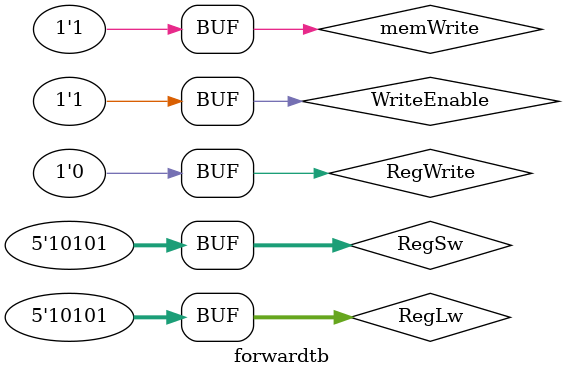
<source format=v>
module forward(input RegWrite,input [4:0] RegLw,input[4:0] RegSw,input WriteEnable,input memWrite,output forwardF);

assign forwardF=((WriteEnable==1'b1)&&((RegWrite==1'b0)||(RegLw==RegSw))&&(RegSw!=5'b00000)&&(memWrite==1'b1))?1'b1:1'b0;
always @(forwardF)
$display("forward");
endmodule

module forwardtb;
reg[4:0] RegLw;reg[4:0] RegSw ;reg WriteEnable;reg RegWrite ;reg memWrite;wire forwardF;
initial
begin
$monitor($time,"RegLw %b RegSw %b WriteEnable %b RegWrite %b memWrite %b forwardF %b",RegLw,RegSw ,WriteEnable,RegWrite ,memWrite, forwardF);
#10
RegLw=5'b10101;
RegSw =5'b10101;
WriteEnable=1'b1;
RegWrite =1'b1;
memWrite=1'b1;
#10
RegLw=5'b10100;
RegSw =5'b10101;
WriteEnable=1'b1;
RegWrite =1'b1;
memWrite=1'b1;
#10
RegLw=5'b10101;
RegSw =5'b10101;
WriteEnable=1'b0;
RegWrite =1'b1;
memWrite=1'b0;
#10
RegLw=5'b10101;
RegSw =5'b10101;
WriteEnable=1'b1;
RegWrite =1'b0;
memWrite=1'b1;
end
 forward f1(RegWrite,RegLw,RegSw,WriteEnable, memWrite, forwardF);
endmodule

</source>
